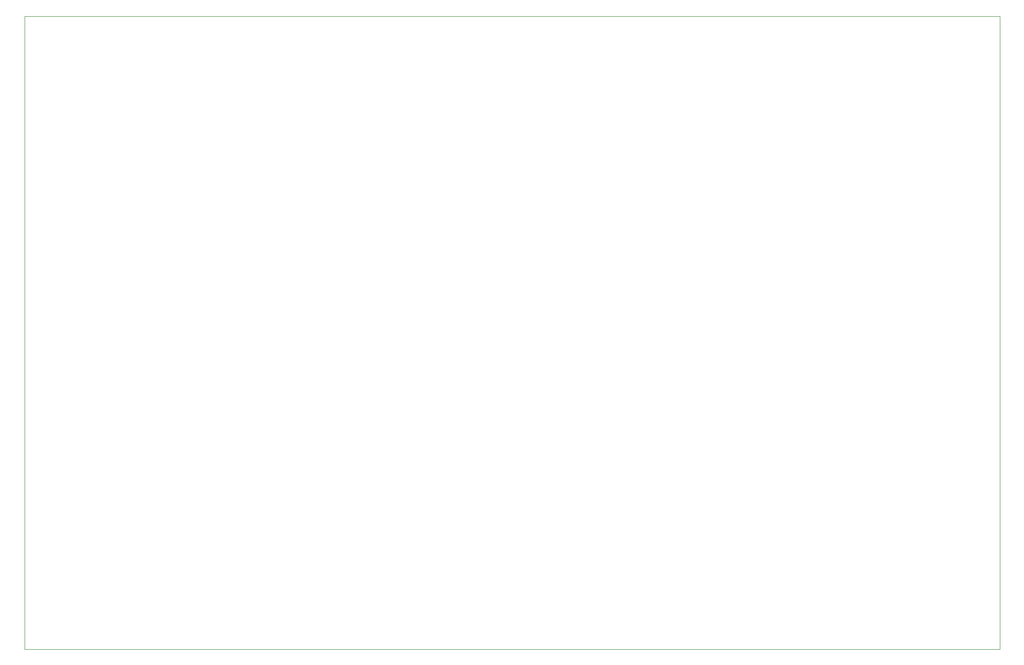
<source format=gm1>
G04 #@! TF.GenerationSoftware,KiCad,Pcbnew,(5.1.6)-1*
G04 #@! TF.CreationDate,2021-05-04T08:31:33+05:30*
G04 #@! TF.ProjectId,PCB board,50434220-626f-4617-9264-2e6b69636164,rev?*
G04 #@! TF.SameCoordinates,Original*
G04 #@! TF.FileFunction,Profile,NP*
%FSLAX46Y46*%
G04 Gerber Fmt 4.6, Leading zero omitted, Abs format (unit mm)*
G04 Created by KiCad (PCBNEW (5.1.6)-1) date 2021-05-04 08:31:33*
%MOMM*%
%LPD*%
G01*
G04 APERTURE LIST*
G04 #@! TA.AperFunction,Profile*
%ADD10C,0.050000*%
G04 #@! TD*
G04 APERTURE END LIST*
D10*
X48260000Y-152400000D02*
X226060000Y-152400000D01*
X48260000Y-36830000D02*
X48260000Y-152400000D01*
X226060000Y-36830000D02*
X48260000Y-36830000D01*
X226060000Y-152400000D02*
X226060000Y-36830000D01*
M02*

</source>
